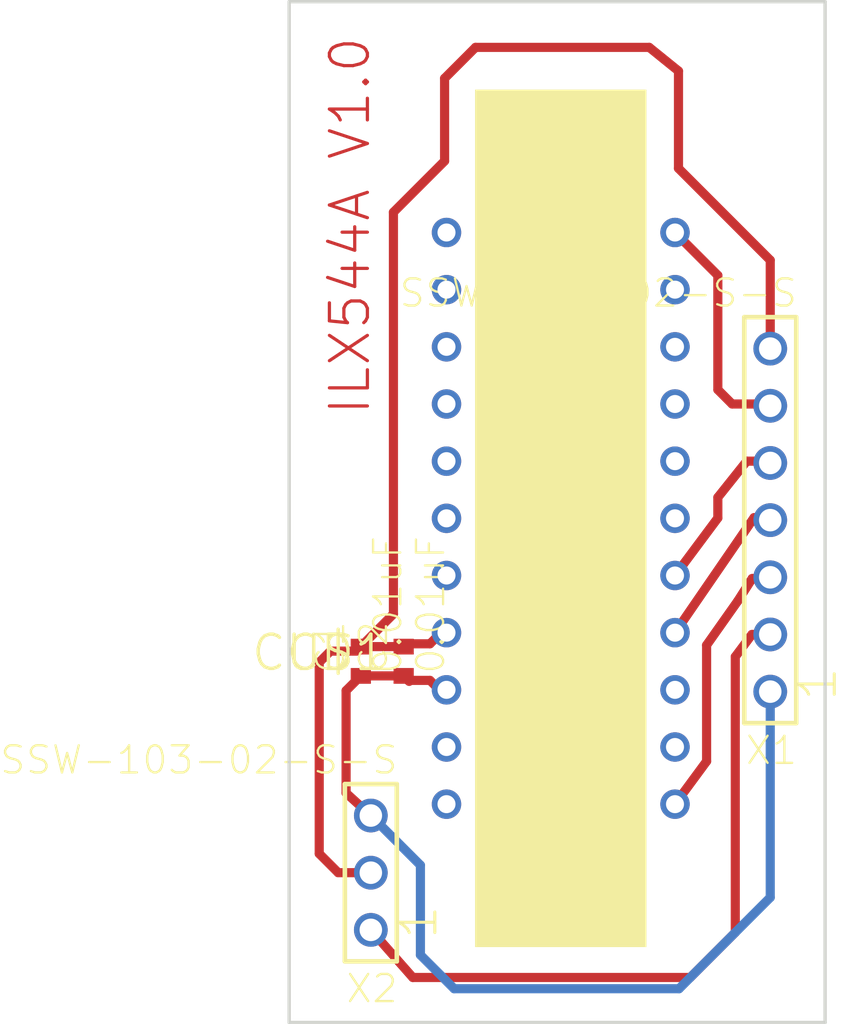
<source format=kicad_pcb>
(kicad_pcb (version 4) (host pcbnew 4.0.6+dfsg1-1)

  (general
    (links 13)
    (no_connects 0)
    (area 123.590763 82.251099 162.984386 127.756101)
    (thickness 1.6)
    (drawings 5)
    (tracks 61)
    (zones 0)
    (modules 8)
    (nets 8)
  )

  (page A4)
  (layers
    (0 Top signal)
    (31 Bottom signal)
    (32 B.Adhes user)
    (33 F.Adhes user)
    (34 B.Paste user)
    (35 F.Paste user)
    (36 B.SilkS user)
    (37 F.SilkS user)
    (38 B.Mask user)
    (39 F.Mask user)
    (40 Dwgs.User user)
    (41 Cmts.User user)
    (42 Eco1.User user)
    (43 Eco2.User user)
    (44 Edge.Cuts user)
    (45 Margin user)
    (46 B.CrtYd user)
    (47 F.CrtYd user)
    (48 B.Fab user)
    (49 F.Fab user)
  )

  (setup
    (last_trace_width 0.25)
    (trace_clearance 0.2)
    (zone_clearance 0.508)
    (zone_45_only no)
    (trace_min 0.2)
    (segment_width 0.2)
    (edge_width 0.15)
    (via_size 0.6)
    (via_drill 0.4)
    (via_min_size 0.4)
    (via_min_drill 0.3)
    (uvia_size 0.3)
    (uvia_drill 0.1)
    (uvias_allowed no)
    (uvia_min_size 0.2)
    (uvia_min_drill 0.1)
    (pcb_text_width 0.3)
    (pcb_text_size 1.5 1.5)
    (mod_edge_width 0.15)
    (mod_text_size 1 1)
    (mod_text_width 0.15)
    (pad_size 1.524 1.524)
    (pad_drill 0.762)
    (pad_to_mask_clearance 0.2)
    (aux_axis_origin 0 0)
    (visible_elements FFFFFF7F)
    (pcbplotparams
      (layerselection 0x00030_80000001)
      (usegerberextensions false)
      (excludeedgelayer true)
      (linewidth 0.100000)
      (plotframeref false)
      (viasonmask false)
      (mode 1)
      (useauxorigin false)
      (hpglpennumber 1)
      (hpglpenspeed 20)
      (hpglpendiameter 15)
      (hpglpenoverlay 2)
      (psnegative false)
      (psa4output false)
      (plotreference true)
      (plotvalue true)
      (plotinvisibletext false)
      (padsonsilk false)
      (subtractmaskfromsilk false)
      (outputformat 1)
      (mirror false)
      (drillshape 1)
      (scaleselection 1)
      (outputdirectory ""))
  )

  (net 0 "")
  (net 1 N$3)
  (net 2 N$4)
  (net 3 N$6)
  (net 4 N$13)
  (net 5 N$1)
  (net 6 N$5)
  (net 7 N$14)

  (net_class Default "This is the default net class."
    (clearance 0.2)
    (trace_width 0.25)
    (via_dia 0.6)
    (via_drill 0.4)
    (uvia_dia 0.3)
    (uvia_drill 0.1)
    (add_net N$1)
    (add_net N$13)
    (add_net N$14)
    (add_net N$3)
    (add_net N$4)
    (add_net N$5)
    (add_net N$6)
  )

  (module "" (layer Top) (tedit 0) (tstamp 0)
    (at 158.1761 125.7961)
    (fp_text reference @HOLE0 (at 0 0) (layer F.SilkS) hide
      (effects (font (thickness 0.15)))
    )
    (fp_text value "" (at 0 0) (layer F.SilkS)
      (effects (font (thickness 0.15)))
    )
    (pad "" np_thru_hole circle (at 0 0) (size 2 2) (drill 2) (layers *.Cu))
  )

  (module "" (layer Top) (tedit 0) (tstamp 0)
    (at 138.9111 105.4961)
    (fp_text reference @HOLE1 (at 0 0) (layer F.SilkS) hide
      (effects (font (thickness 0.15)))
    )
    (fp_text value "" (at 0 0) (layer F.SilkS)
      (effects (font (thickness 0.15)))
    )
    (pad "" np_thru_hole circle (at 0 0) (size 2 2) (drill 2) (layers *.Cu))
  )

  (module "" (layer Top) (tedit 0) (tstamp 0)
    (at 158.0111 85.1711)
    (fp_text reference @HOLE2 (at 0 0) (layer F.SilkS) hide
      (effects (font (thickness 0.15)))
    )
    (fp_text value "" (at 0 0) (layer F.SilkS)
      (effects (font (thickness 0.15)))
    )
    (pad "" np_thru_hole circle (at 0 0) (size 2 2) (drill 2) (layers *.Cu))
  )

  (module ILX544A (layer Top) (tedit 0) (tstamp 5980623A)
    (at 141.0411 110.3611 180)
    (descr "sony ILX544A linear CCD")
    (fp_text reference U$1 (at 0 0 180) (layer F.SilkS)
      (effects (font (thickness 0.15)) (justify right top))
    )
    (fp_text value CCD1 (at 0 0 180) (layer F.SilkS)
      (effects (font (thickness 0.15)) (justify right top))
    )
    (fp_poly (pts (xy -11.43 -13.97) (xy -3.81 -13.97) (xy -3.81 24.13) (xy -11.43 24.13)) (layer F.SilkS) (width 0))
    (pad P$1 thru_hole circle (at -12.7 -7.62 180) (size 1.308 1.308) (drill 0.8) (layers *.Cu *.Mask)
      (net 1 N$3))
    (pad P$2 thru_hole circle (at -12.7 -5.08 180) (size 1.308 1.308) (drill 0.8) (layers *.Cu *.Mask))
    (pad P$3 thru_hole circle (at -12.7 -2.54 180) (size 1.308 1.308) (drill 0.8) (layers *.Cu *.Mask))
    (pad P$4 thru_hole circle (at -12.7 0 180) (size 1.308 1.308) (drill 0.8) (layers *.Cu *.Mask)
      (net 2 N$4))
    (pad P$5 thru_hole circle (at -12.7 2.54 180) (size 1.308 1.308) (drill 0.8) (layers *.Cu *.Mask)
      (net 4 N$13))
    (pad P$6 thru_hole circle (at -12.7 5.08 180) (size 1.308 1.308) (drill 0.8) (layers *.Cu *.Mask))
    (pad P$7 thru_hole circle (at -12.7 7.62 180) (size 1.308 1.308) (drill 0.8) (layers *.Cu *.Mask))
    (pad P$8 thru_hole circle (at -12.7 10.16 180) (size 1.308 1.308) (drill 0.8) (layers *.Cu *.Mask))
    (pad P$9 thru_hole circle (at -12.7 12.7 180) (size 1.308 1.308) (drill 0.8) (layers *.Cu *.Mask))
    (pad P$10 thru_hole circle (at -12.7 15.24 180) (size 1.308 1.308) (drill 0.8) (layers *.Cu *.Mask))
    (pad P$11 thru_hole circle (at -12.7 17.78 180) (size 1.308 1.308) (drill 0.8) (layers *.Cu *.Mask)
      (net 3 N$6))
    (pad P$12 thru_hole circle (at -2.54 17.78 180) (size 1.308 1.308) (drill 0.8) (layers *.Cu *.Mask))
    (pad P$13 thru_hole circle (at -2.54 15.24 180) (size 1.308 1.308) (drill 0.8) (layers *.Cu *.Mask))
    (pad P$14 thru_hole circle (at -2.54 12.7 180) (size 1.308 1.308) (drill 0.8) (layers *.Cu *.Mask))
    (pad P$15 thru_hole circle (at -2.54 10.16 180) (size 1.308 1.308) (drill 0.8) (layers *.Cu *.Mask))
    (pad P$16 thru_hole circle (at -2.54 7.62 180) (size 1.308 1.308) (drill 0.8) (layers *.Cu *.Mask))
    (pad P$17 thru_hole circle (at -2.54 5.08 180) (size 1.308 1.308) (drill 0.8) (layers *.Cu *.Mask))
    (pad P$18 thru_hole circle (at -2.54 2.54 180) (size 1.308 1.308) (drill 0.8) (layers *.Cu *.Mask))
    (pad P$19 thru_hole circle (at -2.54 0 180) (size 1.308 1.308) (drill 0.8) (layers *.Cu *.Mask)
      (net 7 N$14))
    (pad P$20 thru_hole circle (at -2.54 -2.54 180) (size 1.308 1.308) (drill 0.8) (layers *.Cu *.Mask)
      (net 5 N$1))
    (pad P$21 thru_hole circle (at -2.54 -5.08 180) (size 1.308 1.308) (drill 0.8) (layers *.Cu *.Mask))
    (pad P$22 thru_hole circle (at -2.54 -7.62 180) (size 1.308 1.308) (drill 0.8) (layers *.Cu *.Mask))
  )

  (module C0402 (layer Top) (tedit 0) (tstamp 59806254)
    (at 139.7711 111.6311 90)
    (descr <b>CAPACITOR</b>)
    (fp_text reference C1 (at -0.635 -0.635 90) (layer F.SilkS)
      (effects (font (size 1.2065 1.2065) (thickness 0.1016)) (justify left bottom))
    )
    (fp_text value 0.01uF (at -0.635 1.905 90) (layer F.SilkS)
      (effects (font (size 1.2065 1.2065) (thickness 0.1016)) (justify left bottom))
    )
    (fp_line (start -0.245 -0.224) (end 0.245 -0.224) (layer Dwgs.User) (width 0.1524))
    (fp_line (start 0.245 0.224) (end -0.245 0.224) (layer Dwgs.User) (width 0.1524))
    (fp_poly (pts (xy -0.554 0.3048) (xy -0.254 0.3048) (xy -0.254 -0.2951) (xy -0.554 -0.2951)) (layer Dwgs.User) (width 0))
    (fp_poly (pts (xy 0.2588 0.3048) (xy 0.5588 0.3048) (xy 0.5588 -0.2951) (xy 0.2588 -0.2951)) (layer Dwgs.User) (width 0))
    (fp_poly (pts (xy -0.1999 0.3) (xy 0.1999 0.3) (xy 0.1999 -0.3) (xy -0.1999 -0.3)) (layer F.Adhes) (width 0))
    (pad 1 smd rect (at -0.65 0 90) (size 0.7 0.9) (layers Top F.Paste F.Mask)
      (net 5 N$1))
    (pad 2 smd rect (at 0.65 0 90) (size 0.7 0.9) (layers Top F.Paste F.Mask)
      (net 7 N$14))
  )

  (module C0402 (layer Top) (tedit 0) (tstamp 5980625E)
    (at 141.6761 111.6311 90)
    (descr <b>CAPACITOR</b>)
    (fp_text reference C2 (at -0.635 -0.635 90) (layer F.SilkS)
      (effects (font (size 1.2065 1.2065) (thickness 0.1016)) (justify left bottom))
    )
    (fp_text value 0.01uF (at -0.635 1.905 90) (layer F.SilkS)
      (effects (font (size 1.2065 1.2065) (thickness 0.1016)) (justify left bottom))
    )
    (fp_line (start -0.245 -0.224) (end 0.245 -0.224) (layer Dwgs.User) (width 0.1524))
    (fp_line (start 0.245 0.224) (end -0.245 0.224) (layer Dwgs.User) (width 0.1524))
    (fp_poly (pts (xy -0.554 0.3048) (xy -0.254 0.3048) (xy -0.254 -0.2951) (xy -0.554 -0.2951)) (layer Dwgs.User) (width 0))
    (fp_poly (pts (xy 0.2588 0.3048) (xy 0.5588 0.3048) (xy 0.5588 -0.2951) (xy 0.2588 -0.2951)) (layer Dwgs.User) (width 0))
    (fp_poly (pts (xy -0.1999 0.3) (xy 0.1999 0.3) (xy 0.1999 -0.3) (xy -0.1999 -0.3)) (layer F.Adhes) (width 0))
    (pad 1 smd rect (at -0.65 0 90) (size 0.7 0.9) (layers Top F.Paste F.Mask)
      (net 5 N$1))
    (pad 2 smd rect (at 0.65 0 90) (size 0.7 0.9) (layers Top F.Paste F.Mask)
      (net 7 N$14))
  )

  (module SSW-107-02-S-S (layer Top) (tedit 0) (tstamp 59806268)
    (at 157.9761 105.3611 90)
    (descr "<b>THROUGH-HOLE .025\" SQ POST SOCKET</b><p>\nSource: Samtec SSW.pdf")
    (fp_text reference X1 (at -9.525 1.27 180) (layer F.SilkS)
      (effects (font (size 1.2065 1.2065) (thickness 0.1016)) (justify right top))
    )
    (fp_text value SSW-107-02-S-S (at 10.795 1.27 180) (layer F.SilkS)
      (effects (font (size 1.2065 1.2065) (thickness 0.1016)) (justify right top))
    )
    (fp_line (start -9.019 -1.155) (end 9.019 -1.155) (layer F.SilkS) (width 0.2032))
    (fp_line (start 9.019 -1.155) (end 9.019 1.155) (layer F.SilkS) (width 0.2032))
    (fp_line (start 9.019 1.155) (end -9.019 1.155) (layer F.SilkS) (width 0.2032))
    (fp_line (start -9.019 1.155) (end -9.019 -1.155) (layer F.SilkS) (width 0.2032))
    (fp_line (start -8.365 -0.755) (end -6.865 -0.755) (layer Dwgs.User) (width 0.2032))
    (fp_line (start -6.865 -0.755) (end -6.865 0.745) (layer Dwgs.User) (width 0.2032))
    (fp_line (start -6.865 0.745) (end -8.365 0.745) (layer Dwgs.User) (width 0.2032))
    (fp_line (start -8.365 0.745) (end -8.365 -0.755) (layer Dwgs.User) (width 0.2032))
    (fp_line (start -5.825 -0.755) (end -4.325 -0.755) (layer Dwgs.User) (width 0.2032))
    (fp_line (start -4.325 -0.755) (end -4.325 0.745) (layer Dwgs.User) (width 0.2032))
    (fp_line (start -4.325 0.745) (end -5.825 0.745) (layer Dwgs.User) (width 0.2032))
    (fp_line (start -5.825 0.745) (end -5.825 -0.755) (layer Dwgs.User) (width 0.2032))
    (fp_line (start -3.285 -0.755) (end -1.785 -0.755) (layer Dwgs.User) (width 0.2032))
    (fp_line (start -1.785 -0.755) (end -1.785 0.745) (layer Dwgs.User) (width 0.2032))
    (fp_line (start -1.785 0.745) (end -3.285 0.745) (layer Dwgs.User) (width 0.2032))
    (fp_line (start -3.285 0.745) (end -3.285 -0.755) (layer Dwgs.User) (width 0.2032))
    (fp_line (start -0.745 -0.755) (end 0.755 -0.755) (layer Dwgs.User) (width 0.2032))
    (fp_line (start 0.755 -0.755) (end 0.755 0.745) (layer Dwgs.User) (width 0.2032))
    (fp_line (start 0.755 0.745) (end -0.745 0.745) (layer Dwgs.User) (width 0.2032))
    (fp_line (start -0.745 0.745) (end -0.745 -0.755) (layer Dwgs.User) (width 0.2032))
    (fp_line (start 1.795 -0.755) (end 3.295 -0.755) (layer Dwgs.User) (width 0.2032))
    (fp_line (start 3.295 -0.755) (end 3.295 0.745) (layer Dwgs.User) (width 0.2032))
    (fp_line (start 3.295 0.745) (end 1.795 0.745) (layer Dwgs.User) (width 0.2032))
    (fp_line (start 1.795 0.745) (end 1.795 -0.755) (layer Dwgs.User) (width 0.2032))
    (fp_line (start 4.335 -0.755) (end 5.835 -0.755) (layer Dwgs.User) (width 0.2032))
    (fp_line (start 5.835 -0.755) (end 5.835 0.745) (layer Dwgs.User) (width 0.2032))
    (fp_line (start 5.835 0.745) (end 4.335 0.745) (layer Dwgs.User) (width 0.2032))
    (fp_line (start 4.335 0.745) (end 4.335 -0.755) (layer Dwgs.User) (width 0.2032))
    (fp_line (start 6.875 -0.755) (end 8.375 -0.755) (layer Dwgs.User) (width 0.2032))
    (fp_line (start 8.375 -0.755) (end 8.375 0.745) (layer Dwgs.User) (width 0.2032))
    (fp_line (start 8.375 0.745) (end 6.875 0.745) (layer Dwgs.User) (width 0.2032))
    (fp_line (start 6.875 0.745) (end 6.875 -0.755) (layer Dwgs.User) (width 0.2032))
    (fp_text user 1 (at -8.128 3.048 90) (layer F.SilkS)
      (effects (font (size 1.59258 1.59258) (thickness 0.134112)) (justify left bottom))
    )
    (pad 1 thru_hole circle (at -7.62 0 90) (size 1.5 1.5) (drill 1) (layers *.Cu *.Mask)
      (net 5 N$1))
    (pad 2 thru_hole circle (at -5.08 0 90) (size 1.5 1.5) (drill 1) (layers *.Cu *.Mask)
      (net 6 N$5))
    (pad 3 thru_hole circle (at -2.54 0 90) (size 1.5 1.5) (drill 1) (layers *.Cu *.Mask)
      (net 1 N$3))
    (pad 4 thru_hole circle (at 0 0 90) (size 1.5 1.5) (drill 1) (layers *.Cu *.Mask)
      (net 2 N$4))
    (pad 5 thru_hole circle (at 2.54 0 90) (size 1.5 1.5) (drill 1) (layers *.Cu *.Mask)
      (net 4 N$13))
    (pad 6 thru_hole circle (at 5.08 0 90) (size 1.5 1.5) (drill 1) (layers *.Cu *.Mask)
      (net 3 N$6))
    (pad 7 thru_hole circle (at 7.62 0 90) (size 1.5 1.5) (drill 1) (layers *.Cu *.Mask)
      (net 7 N$14))
  )

  (module SSW-103-02-S-S (layer Top) (tedit 0) (tstamp 59806293)
    (at 140.2161 121.0261 90)
    (descr "<b>THROUGH-HOLE .025\" SQ POST SOCKET</b><p>\nSource: Samtec SSW.pdf")
    (fp_text reference X2 (at -4.445 1.27 180) (layer F.SilkS)
      (effects (font (size 1.2065 1.2065) (thickness 0.1016)) (justify right top))
    )
    (fp_text value SSW-103-02-S-S (at 5.715 1.27 180) (layer F.SilkS)
      (effects (font (size 1.2065 1.2065) (thickness 0.1016)) (justify right top))
    )
    (fp_line (start -3.939 -1.155) (end 3.939 -1.155) (layer F.SilkS) (width 0.2032))
    (fp_line (start 3.939 -1.155) (end 3.939 1.155) (layer F.SilkS) (width 0.2032))
    (fp_line (start 3.939 1.155) (end -3.939 1.155) (layer F.SilkS) (width 0.2032))
    (fp_line (start -3.939 1.155) (end -3.939 -1.155) (layer F.SilkS) (width 0.2032))
    (fp_line (start -3.285 -0.755) (end -1.785 -0.755) (layer Dwgs.User) (width 0.2032))
    (fp_line (start -1.785 -0.755) (end -1.785 0.745) (layer Dwgs.User) (width 0.2032))
    (fp_line (start -1.785 0.745) (end -3.285 0.745) (layer Dwgs.User) (width 0.2032))
    (fp_line (start -3.285 0.745) (end -3.285 -0.755) (layer Dwgs.User) (width 0.2032))
    (fp_line (start -0.745 -0.755) (end 0.755 -0.755) (layer Dwgs.User) (width 0.2032))
    (fp_line (start 0.755 -0.755) (end 0.755 0.745) (layer Dwgs.User) (width 0.2032))
    (fp_line (start 0.755 0.745) (end -0.745 0.745) (layer Dwgs.User) (width 0.2032))
    (fp_line (start -0.745 0.745) (end -0.745 -0.755) (layer Dwgs.User) (width 0.2032))
    (fp_line (start 1.795 -0.755) (end 3.295 -0.755) (layer Dwgs.User) (width 0.2032))
    (fp_line (start 3.295 -0.755) (end 3.295 0.745) (layer Dwgs.User) (width 0.2032))
    (fp_line (start 3.295 0.745) (end 1.795 0.745) (layer Dwgs.User) (width 0.2032))
    (fp_line (start 1.795 0.745) (end 1.795 -0.755) (layer Dwgs.User) (width 0.2032))
    (fp_text user 1 (at -3.048 3.048 90) (layer F.SilkS)
      (effects (font (size 1.59258 1.59258) (thickness 0.134112)) (justify left bottom))
    )
    (pad 1 thru_hole circle (at -2.54 0 90) (size 1.5 1.5) (drill 1) (layers *.Cu *.Mask)
      (net 6 N$5))
    (pad 2 thru_hole circle (at 0 0 90) (size 1.5 1.5) (drill 1) (layers *.Cu *.Mask)
      (net 7 N$14))
    (pad 3 thru_hole circle (at 2.54 0 90) (size 1.5 1.5) (drill 1) (layers *.Cu *.Mask)
      (net 5 N$1))
  )

  (gr_line (start 136.5861 127.6811) (end 160.4161 127.6811) (layer Edge.Cuts) (width 0.15) (tstamp 563CE32C74D0))
  (gr_line (start 160.4161 127.6811) (end 160.4161 82.3261) (layer Edge.Cuts) (width 0.15) (tstamp 563CE32C7E50))
  (gr_line (start 160.4161 82.3261) (end 136.5861 82.3261) (layer Edge.Cuts) (width 0.15) (tstamp 563CE32C87D0))
  (gr_line (start 136.5861 82.3261) (end 136.5861 127.6811) (layer Edge.Cuts) (width 0.15) (tstamp 563CE32C9150))
  (gr_text "ILX544A V1.0" (at 138.3011 83.7861 90) (layer Top) (tstamp 563CE32CACA0)
    (effects (font (size 1.6891 1.6891) (thickness 0.14224)) (justify right top))
  )

  (segment (start 157.9761 107.9011) (end 157.1711 107.9561) (width 0.4064) (layer Top) (net 1) (tstamp 563CE33747A0))
  (segment (start 157.1711 107.9561) (end 156.5311 108.9561) (width 0.4064) (layer Top) (net 1) (tstamp 563CE3375120))
  (segment (start 156.5311 108.9561) (end 155.1461 110.9161) (width 0.4064) (layer Top) (net 1) (tstamp 563CE3375AA0))
  (segment (start 155.1461 110.9161) (end 155.1461 116.0761) (width 0.4064) (layer Top) (net 1) (tstamp 563CE3376420))
  (segment (start 155.1461 116.0761) (end 153.7411 117.9811) (width 0.4064) (layer Top) (net 1) (tstamp 563CE3376DA0))
  (segment (start 157.9761 105.3611) (end 157.8961 105.2811) (width 0.4064) (layer Top) (net 2) (tstamp 563CE3378430))
  (segment (start 157.8961 105.2811) (end 157.2561 105.2811) (width 0.4064) (layer Top) (net 2) (tstamp 563CE3378DB0))
  (segment (start 157.2561 105.2811) (end 157.2561 105.2511) (width 0.4064) (layer Top) (net 2) (tstamp 563CE3379730))
  (segment (start 157.2561 105.2511) (end 153.7411 110.3611) (width 0.4064) (layer Top) (net 2) (tstamp 563CE337A0B0))
  (segment (start 157.9761 100.2811) (end 157.8961 100.2011) (width 0.4064) (layer Top) (net 3) (tstamp 563CE337B740))
  (segment (start 157.8961 100.2011) (end 156.2811 100.2011) (width 0.4064) (layer Top) (net 3) (tstamp 563CE337C0C0))
  (segment (start 156.2811 100.2011) (end 155.6461 99.5661) (width 0.4064) (layer Top) (net 3) (tstamp 563CE337CA40))
  (segment (start 155.6461 99.5661) (end 155.6461 94.4861) (width 0.4064) (layer Top) (net 3) (tstamp 563CE337D3C0))
  (segment (start 155.6461 94.4861) (end 153.7411 92.5811) (width 0.4064) (layer Top) (net 3) (tstamp 563CE337DD40))
  (segment (start 157.9761 102.8211) (end 157.8961 102.7411) (width 0.4064) (layer Top) (net 4) (tstamp 563CE33825B0))
  (segment (start 157.8961 102.7411) (end 156.9311 102.7411) (width 0.4064) (layer Top) (net 4) (tstamp 563CE3382F30))
  (segment (start 156.9311 102.7411) (end 155.6461 104.3511) (width 0.4064) (layer Top) (net 4) (tstamp 563CE33838B0))
  (segment (start 155.6461 104.3511) (end 155.6461 105.2661) (width 0.4064) (layer Top) (net 4) (tstamp 563CE3384230))
  (segment (start 155.6461 105.2661) (end 153.7411 107.8211) (width 0.4064) (layer Top) (net 4) (tstamp 563CE3384BB0))
  (segment (start 143.5811 112.9011) (end 143.2661 112.9011) (width 0.4064) (layer Top) (net 5) (tstamp 563CE3387080))
  (segment (start 143.2661 112.9011) (end 142.8461 112.4811) (width 0.4064) (layer Top) (net 5) (tstamp 563CE3387A00))
  (segment (start 142.8461 112.4811) (end 141.8761 112.4811) (width 0.4064) (layer Top) (net 5) (tstamp 563CE3388380))
  (segment (start 141.8761 112.4811) (end 141.6761 112.2811) (width 0.4064) (layer Top) (net 5) (tstamp 563CE3388D00))
  (segment (start 139.7711 112.2811) (end 141.6761 112.2811) (width 0.4064) (layer Top) (net 5) (tstamp 563CE3389680))
  (segment (start 140.2161 118.4861) (end 139.1161 117.4861) (width 0.4064) (layer Top) (net 5) (tstamp 563CE338A000))
  (segment (start 141.9211 112.5261) (end 141.6761 112.2811) (width 0.4064) (layer Top) (net 5) (tstamp 563CE338A980))
  (segment (start 157.9761 112.9811) (end 157.9761 122.1261) (width 0.4064) (layer Bottom) (net 5) (tstamp 563CE338B300))
  (segment (start 157.9761 122.1261) (end 153.9211 126.1811) (width 0.4064) (layer Bottom) (net 5) (tstamp 563CE338BC80))
  (segment (start 153.9211 126.1811) (end 143.9211 126.1811) (width 0.4064) (layer Bottom) (net 5) (tstamp 563CE338C600))
  (segment (start 143.9211 126.1811) (end 142.4211 124.6811) (width 0.4064) (layer Bottom) (net 5) (tstamp 563CE338CFB0))
  (segment (start 142.4211 124.6811) (end 142.4211 120.6911) (width 0.4064) (layer Bottom) (net 5) (tstamp 563CE338D930))
  (segment (start 142.4211 120.6911) (end 140.2161 118.4861) (width 0.4064) (layer Bottom) (net 5) (tstamp 563CE338E2B0))
  (segment (start 139.1161 117.4861) (end 139.1161 112.9361) (width 0.4064) (layer Top) (net 5) (tstamp 563CE338EC30))
  (segment (start 139.1161 112.9361) (end 139.7711 112.2811) (width 0.4064) (layer Top) (net 5) (tstamp 563CE338F5B0))
  (segment (start 157.9761 110.4411) (end 157.1611 110.4411) (width 0.4064) (layer Top) (net 6) (tstamp 563CE3390C40))
  (segment (start 157.1611 110.4411) (end 156.4211 111.4311) (width 0.4064) (layer Top) (net 6) (tstamp 563CE33915C0))
  (segment (start 156.4211 111.4311) (end 156.4211 123.6811) (width 0.4064) (layer Top) (net 6) (tstamp 563CE3391F40))
  (segment (start 156.4211 123.6811) (end 154.4211 125.6811) (width 0.4064) (layer Top) (net 6) (tstamp 563CE33928C0))
  (segment (start 154.4211 125.6811) (end 142.0811 125.6811) (width 0.4064) (layer Top) (net 6) (tstamp 563CE3393240))
  (segment (start 142.0811 125.6811) (end 140.2161 123.5661) (width 0.4064) (layer Top) (net 6) (tstamp 563CE3393BC0))
  (segment (start 139.7711 110.9811) (end 141.6761 110.9811) (width 0.4064) (layer Top) (net 7) (tstamp 563CE3397D10))
  (segment (start 157.9761 97.7411) (end 157.9761 93.8111) (width 0.4064) (layer Top) (net 7) (tstamp 563CE3398690))
  (segment (start 157.9761 93.8111) (end 153.8961 89.7311) (width 0.4064) (layer Top) (net 7) (tstamp 563CE3399010))
  (segment (start 153.8961 89.7311) (end 153.8961 85.4061) (width 0.4064) (layer Top) (net 7) (tstamp 563CE3399990))
  (segment (start 153.8961 85.4061) (end 152.5961 84.3561) (width 0.4064) (layer Top) (net 7) (tstamp 563CE339A310))
  (segment (start 152.5961 84.3561) (end 144.8711 84.3561) (width 0.4064) (layer Top) (net 7) (tstamp 563CE339AC90))
  (segment (start 144.8711 84.3561) (end 143.4961 85.7311) (width 0.4064) (layer Top) (net 7) (tstamp 563CE339B610))
  (segment (start 143.4961 85.7311) (end 143.4961 89.4061) (width 0.4064) (layer Top) (net 7) (tstamp 563CE339BF90))
  (segment (start 143.4961 89.4061) (end 141.2211 91.6811) (width 0.4064) (layer Top) (net 7) (tstamp 563CE339C910))
  (segment (start 141.2211 91.6811) (end 141.2211 109.5311) (width 0.4064) (layer Top) (net 7) (tstamp 563CE339D290))
  (segment (start 141.2211 109.5311) (end 139.7711 110.9811) (width 0.4064) (layer Top) (net 7) (tstamp 563CE339DC40))
  (segment (start 141.6761 110.9811) (end 141.8011 110.8561) (width 0.4064) (layer Top) (net 7) (tstamp 563CE339E5C0))
  (segment (start 141.8011 110.8561) (end 142.8461 110.8561) (width 0.4064) (layer Top) (net 7) (tstamp 563CE339EF40))
  (segment (start 142.8461 110.8561) (end 143.3411 110.3611) (width 0.4064) (layer Top) (net 7) (tstamp 563CE33CF890))
  (segment (start 143.3411 110.3611) (end 143.5811 110.3611) (width 0.4064) (layer Top) (net 7) (tstamp 563CE33D0090))
  (segment (start 140.2161 121.0261) (end 138.7661 121.0261) (width 0.4064) (layer Top) (net 7) (tstamp 563CE33D09B0))
  (segment (start 138.7661 121.0261) (end 137.9211 120.1811) (width 0.4064) (layer Top) (net 7) (tstamp 563CE33D1330))
  (segment (start 137.9211 120.1811) (end 137.9211 111.6811) (width 0.4064) (layer Top) (net 7) (tstamp 563CE33D1CB0))
  (segment (start 137.9211 111.6811) (end 138.4211 111.1811) (width 0.4064) (layer Top) (net 7) (tstamp 563CE33D2630))
  (segment (start 138.4211 111.1811) (end 139.5711 111.1811) (width 0.4064) (layer Top) (net 7) (tstamp 563CE33D2FB0))
  (segment (start 139.5711 111.1811) (end 139.7711 110.9811) (width 0.4064) (layer Top) (net 7) (tstamp 563CE33D3930))

  (zone (net 0) (net_name "") (layer Bottom) (tstamp 563CE337EA50) (hatch none 0.508)
    (priority 6)
    (connect_pads (clearance 0.508))
    (min_thickness 0.6096)
    (keepout (tracks not_allowed) (vias not_allowed) (copperpour not_allowed))
    (fill (arc_segments 32) (thermal_gap 0.6596) (thermal_bridge_width 0.6596))
    (polygon
      (pts
        (xy 144.8511 86.2311) (xy 152.4711 86.2311) (xy 152.4711 124.3311) (xy 144.8511 124.3311)
      )
    )
  )
  (zone (net 0) (net_name "") (layer Top) (tstamp 563CE33948D0) (hatch none 0.508)
    (priority 6)
    (connect_pads (clearance 0.508))
    (min_thickness 0.4064)
    (keepout (tracks not_allowed) (vias not_allowed) (copperpour not_allowed))
    (fill (arc_segments 32) (thermal_gap 0.4564) (thermal_bridge_width 0.4564))
    (polygon
      (pts
        (xy 144.8511 86.2311) (xy 152.4711 86.2311) (xy 152.4711 124.3311) (xy 144.8511 124.3311)
      )
    )
  )
  (zone (net 0) (net_name "") (layer Top) (tstamp 563CE33D4670) (hatch none 0.508)
    (priority 6)
    (connect_pads (clearance 0.6096))
    (min_thickness 0.4064)
    (fill (arc_segments 32) (thermal_gap 0.4564) (thermal_bridge_width 0.4564))
    (polygon
      (pts
        (xy 137.2011 82.7611) (xy 159.8811 82.7611) (xy 160.0561 127.0711) (xy 137.2011 127.0711)
      )
    )
  )
  (zone (net 0) (net_name "") (layer Bottom) (tstamp 563CE33D62F0) (hatch none 0.508)
    (priority 6)
    (connect_pads (clearance 0.6096))
    (min_thickness 0.4064)
    (fill (arc_segments 32) (thermal_gap 0.4564) (thermal_bridge_width 0.4564))
    (polygon
      (pts
        (xy 136.9961 82.7061) (xy 160.0711 82.7061) (xy 160.0711 127.0311) (xy 136.9961 127.0311)
      )
    )
  )
)

</source>
